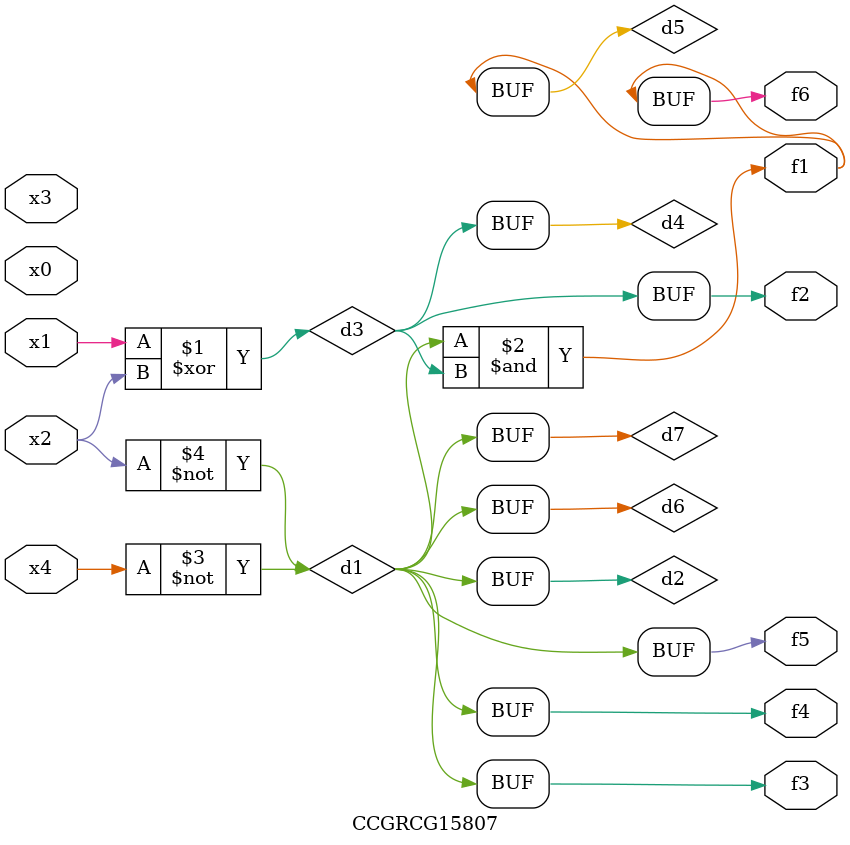
<source format=v>
module CCGRCG15807(
	input x0, x1, x2, x3, x4,
	output f1, f2, f3, f4, f5, f6
);

	wire d1, d2, d3, d4, d5, d6, d7;

	not (d1, x4);
	not (d2, x2);
	xor (d3, x1, x2);
	buf (d4, d3);
	and (d5, d1, d3);
	buf (d6, d1, d2);
	buf (d7, d2);
	assign f1 = d5;
	assign f2 = d4;
	assign f3 = d7;
	assign f4 = d7;
	assign f5 = d7;
	assign f6 = d5;
endmodule

</source>
